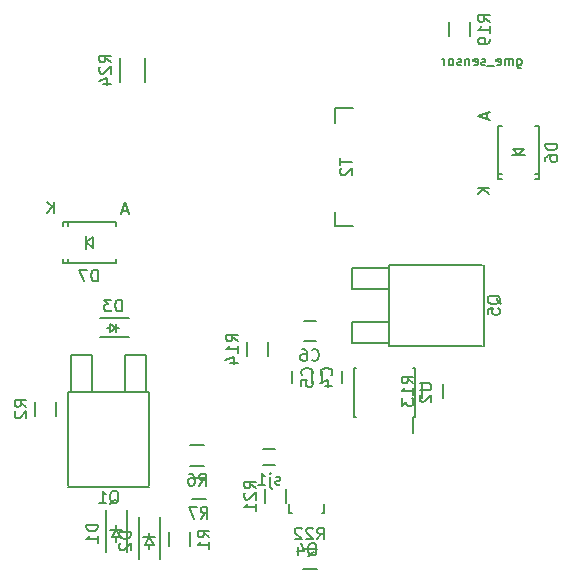
<source format=gbo>
G04 #@! TF.FileFunction,Legend,Bot*
%FSLAX46Y46*%
G04 Gerber Fmt 4.6, Leading zero omitted, Abs format (unit mm)*
G04 Created by KiCad (PCBNEW 0.201603210401+6634~43~ubuntu14.04.1-product) date mån 28 mar 2016 16:54:20*
%MOMM*%
G01*
G04 APERTURE LIST*
%ADD10C,0.050000*%
%ADD11C,0.150000*%
G04 APERTURE END LIST*
D10*
D11*
X129628000Y-131961000D02*
X129628000Y-132961000D01*
X127928000Y-132961000D02*
X127928000Y-131961000D01*
X130468000Y-132961000D02*
X130468000Y-131961000D01*
X132168000Y-131961000D02*
X132168000Y-132961000D01*
X129913000Y-129374000D02*
X128913000Y-129374000D01*
X128913000Y-127674000D02*
X129913000Y-127674000D01*
X113030000Y-145986500D02*
X113030000Y-146367500D01*
X113030000Y-144970500D02*
X113030000Y-145351500D01*
X113030000Y-145351500D02*
X112649000Y-145986500D01*
X112649000Y-145986500D02*
X113411000Y-145986500D01*
X113411000Y-145986500D02*
X113030000Y-145351500D01*
X112522000Y-145351500D02*
X113538000Y-145351500D01*
X113930000Y-143669000D02*
X113930000Y-147209000D01*
X112130000Y-143669000D02*
X112130000Y-147209000D01*
X115824000Y-146621500D02*
X115824000Y-147002500D01*
X115824000Y-145605500D02*
X115824000Y-145986500D01*
X115824000Y-145986500D02*
X115443000Y-146621500D01*
X115443000Y-146621500D02*
X116205000Y-146621500D01*
X116205000Y-146621500D02*
X115824000Y-145986500D01*
X115316000Y-145986500D02*
X116332000Y-145986500D01*
X116724000Y-144304000D02*
X116724000Y-147844000D01*
X114924000Y-144304000D02*
X114924000Y-147844000D01*
X112526000Y-128270000D02*
X112276000Y-128270000D01*
X113026000Y-128270000D02*
X113276000Y-128270000D01*
X113026000Y-128270000D02*
X112526000Y-127920000D01*
X112526000Y-127920000D02*
X112526000Y-128620000D01*
X112526000Y-128620000D02*
X113026000Y-128270000D01*
X113026000Y-127920000D02*
X113026000Y-128620000D01*
X114076000Y-129070000D02*
X111676000Y-129070000D01*
X114076000Y-127470000D02*
X111676000Y-127470000D01*
X147066000Y-113661000D02*
X147516000Y-113111000D01*
X147516000Y-113111000D02*
X146616000Y-113111000D01*
X146616000Y-113111000D02*
X147066000Y-113661000D01*
X147616000Y-113661000D02*
X146516000Y-113661000D01*
X145315940Y-115210140D02*
X145666460Y-115210140D01*
X148816060Y-115210140D02*
X148465540Y-115210140D01*
X145315940Y-111160560D02*
X145666460Y-111160560D01*
X145315940Y-115661440D02*
X145666460Y-115661440D01*
X148816060Y-115661440D02*
X148465540Y-115661440D01*
X148816060Y-111160560D02*
X148465540Y-111160560D01*
X145315940Y-115661440D02*
X145315940Y-111160560D01*
X148816060Y-115661440D02*
X148816060Y-111160560D01*
X110494000Y-121031000D02*
X111044000Y-121481000D01*
X111044000Y-121481000D02*
X111044000Y-120581000D01*
X111044000Y-120581000D02*
X110494000Y-121031000D01*
X110494000Y-121581000D02*
X110494000Y-120481000D01*
X108944860Y-119280940D02*
X108944860Y-119631460D01*
X108944860Y-122781060D02*
X108944860Y-122430540D01*
X112994440Y-119280940D02*
X112994440Y-119631460D01*
X108493560Y-119280940D02*
X108493560Y-119631460D01*
X108493560Y-122781060D02*
X108493560Y-122430540D01*
X112994440Y-122781060D02*
X112994440Y-122430540D01*
X108493560Y-119280940D02*
X112994440Y-119280940D01*
X108493560Y-122781060D02*
X112994440Y-122781060D01*
X113792000Y-133731000D02*
X113792000Y-130556000D01*
X113792000Y-130556000D02*
X115570000Y-130556000D01*
X115570000Y-130556000D02*
X115570000Y-133731000D01*
X109220000Y-133731000D02*
X109220000Y-130556000D01*
X109220000Y-130556000D02*
X110998000Y-130556000D01*
X110998000Y-130556000D02*
X110998000Y-133731000D01*
X115824000Y-139827000D02*
X115824000Y-133731000D01*
X115824000Y-133731000D02*
X108966000Y-133731000D01*
X108966000Y-133731000D02*
X108966000Y-141605000D01*
X108966000Y-141732000D02*
X115824000Y-141732000D01*
X115824000Y-141605000D02*
X115824000Y-139827000D01*
X127659180Y-143205200D02*
X127659180Y-143906240D01*
X127659180Y-143906240D02*
X127908100Y-143906240D01*
X130458160Y-143906240D02*
X130658820Y-143906240D01*
X130658820Y-143906240D02*
X130658820Y-143205200D01*
X136144000Y-124968000D02*
X132969000Y-124968000D01*
X132969000Y-124968000D02*
X132969000Y-123190000D01*
X132969000Y-123190000D02*
X136144000Y-123190000D01*
X136144000Y-129540000D02*
X132969000Y-129540000D01*
X132969000Y-129540000D02*
X132969000Y-127762000D01*
X132969000Y-127762000D02*
X136144000Y-127762000D01*
X142240000Y-122936000D02*
X136144000Y-122936000D01*
X136144000Y-122936000D02*
X136144000Y-129794000D01*
X136144000Y-129794000D02*
X144018000Y-129794000D01*
X144145000Y-129794000D02*
X144145000Y-122936000D01*
X144018000Y-122936000D02*
X142240000Y-122936000D01*
X117489000Y-145577000D02*
X117489000Y-146777000D01*
X119239000Y-146777000D02*
X119239000Y-145577000D01*
X107936000Y-135728000D02*
X107936000Y-134528000D01*
X106186000Y-134528000D02*
X106186000Y-135728000D01*
X120488000Y-138190000D02*
X119288000Y-138190000D01*
X119288000Y-139940000D02*
X120488000Y-139940000D01*
X120615000Y-140984000D02*
X119415000Y-140984000D01*
X119415000Y-142734000D02*
X120615000Y-142734000D01*
X140702000Y-134204000D02*
X140702000Y-133004000D01*
X138952000Y-133004000D02*
X138952000Y-134204000D01*
X125843000Y-130648000D02*
X125843000Y-129448000D01*
X124093000Y-129448000D02*
X124093000Y-130648000D01*
X141238000Y-102397000D02*
X141238000Y-103597000D01*
X142988000Y-103597000D02*
X142988000Y-102397000D01*
X127367000Y-143094000D02*
X127367000Y-141894000D01*
X125617000Y-141894000D02*
X125617000Y-143094000D01*
X128813000Y-148703000D02*
X130013000Y-148703000D01*
X130013000Y-146953000D02*
X128813000Y-146953000D01*
X115502000Y-107426000D02*
X115502000Y-105426000D01*
X113352000Y-105426000D02*
X113352000Y-107426000D01*
X126484000Y-138517000D02*
X125484000Y-138517000D01*
X125484000Y-139867000D02*
X126484000Y-139867000D01*
X131532000Y-109681000D02*
X131532000Y-110931000D01*
X131532000Y-109681000D02*
X133032000Y-109681000D01*
X131532000Y-119681000D02*
X133032000Y-119681000D01*
X131532000Y-119681000D02*
X131532000Y-118431000D01*
X138338000Y-135806000D02*
X138193000Y-135806000D01*
X138338000Y-131656000D02*
X138193000Y-131656000D01*
X133188000Y-131656000D02*
X133333000Y-131656000D01*
X133188000Y-135806000D02*
X133333000Y-135806000D01*
X138338000Y-135806000D02*
X138338000Y-131656000D01*
X133188000Y-135806000D02*
X133188000Y-131656000D01*
X138193000Y-135806000D02*
X138193000Y-137206000D01*
X131235143Y-132294334D02*
X131282762Y-132246715D01*
X131330381Y-132103858D01*
X131330381Y-132008620D01*
X131282762Y-131865762D01*
X131187524Y-131770524D01*
X131092286Y-131722905D01*
X130901810Y-131675286D01*
X130758952Y-131675286D01*
X130568476Y-131722905D01*
X130473238Y-131770524D01*
X130378000Y-131865762D01*
X130330381Y-132008620D01*
X130330381Y-132103858D01*
X130378000Y-132246715D01*
X130425619Y-132294334D01*
X130663714Y-133151477D02*
X131330381Y-133151477D01*
X130282762Y-132913381D02*
X130997048Y-132675286D01*
X130997048Y-133294334D01*
X129575143Y-132294334D02*
X129622762Y-132246715D01*
X129670381Y-132103858D01*
X129670381Y-132008620D01*
X129622762Y-131865762D01*
X129527524Y-131770524D01*
X129432286Y-131722905D01*
X129241810Y-131675286D01*
X129098952Y-131675286D01*
X128908476Y-131722905D01*
X128813238Y-131770524D01*
X128718000Y-131865762D01*
X128670381Y-132008620D01*
X128670381Y-132103858D01*
X128718000Y-132246715D01*
X128765619Y-132294334D01*
X128670381Y-133199096D02*
X128670381Y-132722905D01*
X129146571Y-132675286D01*
X129098952Y-132722905D01*
X129051333Y-132818143D01*
X129051333Y-133056239D01*
X129098952Y-133151477D01*
X129146571Y-133199096D01*
X129241810Y-133246715D01*
X129479905Y-133246715D01*
X129575143Y-133199096D01*
X129622762Y-133151477D01*
X129670381Y-133056239D01*
X129670381Y-132818143D01*
X129622762Y-132722905D01*
X129575143Y-132675286D01*
X129579666Y-130981143D02*
X129627285Y-131028762D01*
X129770142Y-131076381D01*
X129865380Y-131076381D01*
X130008238Y-131028762D01*
X130103476Y-130933524D01*
X130151095Y-130838286D01*
X130198714Y-130647810D01*
X130198714Y-130504952D01*
X130151095Y-130314476D01*
X130103476Y-130219238D01*
X130008238Y-130124000D01*
X129865380Y-130076381D01*
X129770142Y-130076381D01*
X129627285Y-130124000D01*
X129579666Y-130171619D01*
X128722523Y-130076381D02*
X128913000Y-130076381D01*
X129008238Y-130124000D01*
X129055857Y-130171619D01*
X129151095Y-130314476D01*
X129198714Y-130504952D01*
X129198714Y-130885905D01*
X129151095Y-130981143D01*
X129103476Y-131028762D01*
X129008238Y-131076381D01*
X128817761Y-131076381D01*
X128722523Y-131028762D01*
X128674904Y-130981143D01*
X128627285Y-130885905D01*
X128627285Y-130647810D01*
X128674904Y-130552571D01*
X128722523Y-130504952D01*
X128817761Y-130457333D01*
X129008238Y-130457333D01*
X129103476Y-130504952D01*
X129151095Y-130552571D01*
X129198714Y-130647810D01*
X111482381Y-144930905D02*
X110482381Y-144930905D01*
X110482381Y-145169000D01*
X110530000Y-145311858D01*
X110625238Y-145407096D01*
X110720476Y-145454715D01*
X110910952Y-145502334D01*
X111053810Y-145502334D01*
X111244286Y-145454715D01*
X111339524Y-145407096D01*
X111434762Y-145311858D01*
X111482381Y-145169000D01*
X111482381Y-144930905D01*
X111482381Y-146454715D02*
X111482381Y-145883286D01*
X111482381Y-146169000D02*
X110482381Y-146169000D01*
X110625238Y-146073762D01*
X110720476Y-145978524D01*
X110768095Y-145883286D01*
X114276381Y-145565905D02*
X113276381Y-145565905D01*
X113276381Y-145804000D01*
X113324000Y-145946858D01*
X113419238Y-146042096D01*
X113514476Y-146089715D01*
X113704952Y-146137334D01*
X113847810Y-146137334D01*
X114038286Y-146089715D01*
X114133524Y-146042096D01*
X114228762Y-145946858D01*
X114276381Y-145804000D01*
X114276381Y-145565905D01*
X113371619Y-146518286D02*
X113324000Y-146565905D01*
X113276381Y-146661143D01*
X113276381Y-146899239D01*
X113324000Y-146994477D01*
X113371619Y-147042096D01*
X113466857Y-147089715D01*
X113562095Y-147089715D01*
X113704952Y-147042096D01*
X114276381Y-146470667D01*
X114276381Y-147089715D01*
X113514095Y-126872381D02*
X113514095Y-125872381D01*
X113276000Y-125872381D01*
X113133142Y-125920000D01*
X113037904Y-126015238D01*
X112990285Y-126110476D01*
X112942666Y-126300952D01*
X112942666Y-126443810D01*
X112990285Y-126634286D01*
X113037904Y-126729524D01*
X113133142Y-126824762D01*
X113276000Y-126872381D01*
X113514095Y-126872381D01*
X112609333Y-125872381D02*
X111990285Y-125872381D01*
X112323619Y-126253333D01*
X112180761Y-126253333D01*
X112085523Y-126300952D01*
X112037904Y-126348571D01*
X111990285Y-126443810D01*
X111990285Y-126681905D01*
X112037904Y-126777143D01*
X112085523Y-126824762D01*
X112180761Y-126872381D01*
X112466476Y-126872381D01*
X112561714Y-126824762D01*
X112609333Y-126777143D01*
X150368381Y-112672905D02*
X149368381Y-112672905D01*
X149368381Y-112911000D01*
X149416000Y-113053858D01*
X149511238Y-113149096D01*
X149606476Y-113196715D01*
X149796952Y-113244334D01*
X149939810Y-113244334D01*
X150130286Y-113196715D01*
X150225524Y-113149096D01*
X150320762Y-113053858D01*
X150368381Y-112911000D01*
X150368381Y-112672905D01*
X149368381Y-114101477D02*
X149368381Y-113911000D01*
X149416000Y-113815762D01*
X149463619Y-113768143D01*
X149606476Y-113672905D01*
X149796952Y-113625286D01*
X150177905Y-113625286D01*
X150273143Y-113672905D01*
X150320762Y-113720524D01*
X150368381Y-113815762D01*
X150368381Y-114006239D01*
X150320762Y-114101477D01*
X150273143Y-114149096D01*
X150177905Y-114196715D01*
X149939810Y-114196715D01*
X149844571Y-114149096D01*
X149796952Y-114101477D01*
X149749333Y-114006239D01*
X149749333Y-113815762D01*
X149796952Y-113720524D01*
X149844571Y-113672905D01*
X149939810Y-113625286D01*
X144618381Y-116399095D02*
X143618381Y-116399095D01*
X144618381Y-116970524D02*
X144046952Y-116541952D01*
X143618381Y-116970524D02*
X144189810Y-116399095D01*
X144382667Y-110122905D02*
X144382667Y-110599096D01*
X144668381Y-110027667D02*
X143668381Y-110361000D01*
X144668381Y-110694334D01*
X111482095Y-124333381D02*
X111482095Y-123333381D01*
X111244000Y-123333381D01*
X111101142Y-123381000D01*
X111005904Y-123476238D01*
X110958285Y-123571476D01*
X110910666Y-123761952D01*
X110910666Y-123904810D01*
X110958285Y-124095286D01*
X111005904Y-124190524D01*
X111101142Y-124285762D01*
X111244000Y-124333381D01*
X111482095Y-124333381D01*
X110577333Y-123333381D02*
X109910666Y-123333381D01*
X110339238Y-124333381D01*
X107755905Y-118583381D02*
X107755905Y-117583381D01*
X107184476Y-118583381D02*
X107613048Y-118011952D01*
X107184476Y-117583381D02*
X107755905Y-118154810D01*
X114032095Y-118347667D02*
X113555904Y-118347667D01*
X114127333Y-118633381D02*
X113794000Y-117633381D01*
X113460666Y-118633381D01*
X146989429Y-105492571D02*
X146989429Y-106140190D01*
X147027524Y-106216381D01*
X147065619Y-106254476D01*
X147141810Y-106292571D01*
X147256095Y-106292571D01*
X147332286Y-106254476D01*
X146989429Y-105987810D02*
X147065619Y-106025905D01*
X147218000Y-106025905D01*
X147294191Y-105987810D01*
X147332286Y-105949714D01*
X147370381Y-105873524D01*
X147370381Y-105644952D01*
X147332286Y-105568762D01*
X147294191Y-105530667D01*
X147218000Y-105492571D01*
X147065619Y-105492571D01*
X146989429Y-105530667D01*
X146608476Y-106025905D02*
X146608476Y-105492571D01*
X146608476Y-105568762D02*
X146570381Y-105530667D01*
X146494190Y-105492571D01*
X146379904Y-105492571D01*
X146303714Y-105530667D01*
X146265619Y-105606857D01*
X146265619Y-106025905D01*
X146265619Y-105606857D02*
X146227523Y-105530667D01*
X146151333Y-105492571D01*
X146037047Y-105492571D01*
X145960857Y-105530667D01*
X145922762Y-105606857D01*
X145922762Y-106025905D01*
X145237047Y-105987810D02*
X145313237Y-106025905D01*
X145465618Y-106025905D01*
X145541809Y-105987810D01*
X145579904Y-105911619D01*
X145579904Y-105606857D01*
X145541809Y-105530667D01*
X145465618Y-105492571D01*
X145313237Y-105492571D01*
X145237047Y-105530667D01*
X145198952Y-105606857D01*
X145198952Y-105683048D01*
X145579904Y-105759238D01*
X145046571Y-106102095D02*
X144437047Y-106102095D01*
X144284666Y-105987810D02*
X144208476Y-106025905D01*
X144056095Y-106025905D01*
X143979904Y-105987810D01*
X143941809Y-105911619D01*
X143941809Y-105873524D01*
X143979904Y-105797333D01*
X144056095Y-105759238D01*
X144170380Y-105759238D01*
X144246571Y-105721143D01*
X144284666Y-105644952D01*
X144284666Y-105606857D01*
X144246571Y-105530667D01*
X144170380Y-105492571D01*
X144056095Y-105492571D01*
X143979904Y-105530667D01*
X143294190Y-105987810D02*
X143370380Y-106025905D01*
X143522761Y-106025905D01*
X143598952Y-105987810D01*
X143637047Y-105911619D01*
X143637047Y-105606857D01*
X143598952Y-105530667D01*
X143522761Y-105492571D01*
X143370380Y-105492571D01*
X143294190Y-105530667D01*
X143256095Y-105606857D01*
X143256095Y-105683048D01*
X143637047Y-105759238D01*
X142913238Y-105492571D02*
X142913238Y-106025905D01*
X142913238Y-105568762D02*
X142875143Y-105530667D01*
X142798952Y-105492571D01*
X142684666Y-105492571D01*
X142608476Y-105530667D01*
X142570381Y-105606857D01*
X142570381Y-106025905D01*
X142227523Y-105987810D02*
X142151333Y-106025905D01*
X141998952Y-106025905D01*
X141922761Y-105987810D01*
X141884666Y-105911619D01*
X141884666Y-105873524D01*
X141922761Y-105797333D01*
X141998952Y-105759238D01*
X142113237Y-105759238D01*
X142189428Y-105721143D01*
X142227523Y-105644952D01*
X142227523Y-105606857D01*
X142189428Y-105530667D01*
X142113237Y-105492571D01*
X141998952Y-105492571D01*
X141922761Y-105530667D01*
X141427523Y-106025905D02*
X141503714Y-105987810D01*
X141541809Y-105949714D01*
X141579904Y-105873524D01*
X141579904Y-105644952D01*
X141541809Y-105568762D01*
X141503714Y-105530667D01*
X141427523Y-105492571D01*
X141313237Y-105492571D01*
X141237047Y-105530667D01*
X141198952Y-105568762D01*
X141160856Y-105644952D01*
X141160856Y-105873524D01*
X141198952Y-105949714D01*
X141237047Y-105987810D01*
X141313237Y-106025905D01*
X141427523Y-106025905D01*
X140817999Y-106025905D02*
X140817999Y-105492571D01*
X140817999Y-105644952D02*
X140779904Y-105568762D01*
X140741808Y-105530667D01*
X140665618Y-105492571D01*
X140589427Y-105492571D01*
X112490238Y-143168619D02*
X112585476Y-143121000D01*
X112680714Y-143025762D01*
X112823571Y-142882905D01*
X112918810Y-142835286D01*
X113014048Y-142835286D01*
X112966429Y-143073381D02*
X113061667Y-143025762D01*
X113156905Y-142930524D01*
X113204524Y-142740048D01*
X113204524Y-142406714D01*
X113156905Y-142216238D01*
X113061667Y-142121000D01*
X112966429Y-142073381D01*
X112775952Y-142073381D01*
X112680714Y-142121000D01*
X112585476Y-142216238D01*
X112537857Y-142406714D01*
X112537857Y-142740048D01*
X112585476Y-142930524D01*
X112680714Y-143025762D01*
X112775952Y-143073381D01*
X112966429Y-143073381D01*
X111585476Y-143073381D02*
X112156905Y-143073381D01*
X111871191Y-143073381D02*
X111871191Y-142073381D01*
X111966429Y-142216238D01*
X112061667Y-142311476D01*
X112156905Y-142359095D01*
X129254238Y-147613619D02*
X129349476Y-147566000D01*
X129444714Y-147470762D01*
X129587571Y-147327905D01*
X129682810Y-147280286D01*
X129778048Y-147280286D01*
X129730429Y-147518381D02*
X129825667Y-147470762D01*
X129920905Y-147375524D01*
X129968524Y-147185048D01*
X129968524Y-146851714D01*
X129920905Y-146661238D01*
X129825667Y-146566000D01*
X129730429Y-146518381D01*
X129539952Y-146518381D01*
X129444714Y-146566000D01*
X129349476Y-146661238D01*
X129301857Y-146851714D01*
X129301857Y-147185048D01*
X129349476Y-147375524D01*
X129444714Y-147470762D01*
X129539952Y-147518381D01*
X129730429Y-147518381D01*
X128444714Y-146851714D02*
X128444714Y-147518381D01*
X128682810Y-146470762D02*
X128920905Y-147185048D01*
X128301857Y-147185048D01*
X145581619Y-126269762D02*
X145534000Y-126174524D01*
X145438762Y-126079286D01*
X145295905Y-125936429D01*
X145248286Y-125841190D01*
X145248286Y-125745952D01*
X145486381Y-125793571D02*
X145438762Y-125698333D01*
X145343524Y-125603095D01*
X145153048Y-125555476D01*
X144819714Y-125555476D01*
X144629238Y-125603095D01*
X144534000Y-125698333D01*
X144486381Y-125793571D01*
X144486381Y-125984048D01*
X144534000Y-126079286D01*
X144629238Y-126174524D01*
X144819714Y-126222143D01*
X145153048Y-126222143D01*
X145343524Y-126174524D01*
X145438762Y-126079286D01*
X145486381Y-125984048D01*
X145486381Y-125793571D01*
X144486381Y-127126905D02*
X144486381Y-126650714D01*
X144962571Y-126603095D01*
X144914952Y-126650714D01*
X144867333Y-126745952D01*
X144867333Y-126984048D01*
X144914952Y-127079286D01*
X144962571Y-127126905D01*
X145057810Y-127174524D01*
X145295905Y-127174524D01*
X145391143Y-127126905D01*
X145438762Y-127079286D01*
X145486381Y-126984048D01*
X145486381Y-126745952D01*
X145438762Y-126650714D01*
X145391143Y-126603095D01*
X120916381Y-146010334D02*
X120440190Y-145677000D01*
X120916381Y-145438905D02*
X119916381Y-145438905D01*
X119916381Y-145819858D01*
X119964000Y-145915096D01*
X120011619Y-145962715D01*
X120106857Y-146010334D01*
X120249714Y-146010334D01*
X120344952Y-145962715D01*
X120392571Y-145915096D01*
X120440190Y-145819858D01*
X120440190Y-145438905D01*
X120916381Y-146962715D02*
X120916381Y-146391286D01*
X120916381Y-146677000D02*
X119916381Y-146677000D01*
X120059238Y-146581762D01*
X120154476Y-146486524D01*
X120202095Y-146391286D01*
X105413381Y-134961334D02*
X104937190Y-134628000D01*
X105413381Y-134389905D02*
X104413381Y-134389905D01*
X104413381Y-134770858D01*
X104461000Y-134866096D01*
X104508619Y-134913715D01*
X104603857Y-134961334D01*
X104746714Y-134961334D01*
X104841952Y-134913715D01*
X104889571Y-134866096D01*
X104937190Y-134770858D01*
X104937190Y-134389905D01*
X104508619Y-135342286D02*
X104461000Y-135389905D01*
X104413381Y-135485143D01*
X104413381Y-135723239D01*
X104461000Y-135818477D01*
X104508619Y-135866096D01*
X104603857Y-135913715D01*
X104699095Y-135913715D01*
X104841952Y-135866096D01*
X105413381Y-135294667D01*
X105413381Y-135913715D01*
X120054666Y-141617381D02*
X120388000Y-141141190D01*
X120626095Y-141617381D02*
X120626095Y-140617381D01*
X120245142Y-140617381D01*
X120149904Y-140665000D01*
X120102285Y-140712619D01*
X120054666Y-140807857D01*
X120054666Y-140950714D01*
X120102285Y-141045952D01*
X120149904Y-141093571D01*
X120245142Y-141141190D01*
X120626095Y-141141190D01*
X119197523Y-140617381D02*
X119388000Y-140617381D01*
X119483238Y-140665000D01*
X119530857Y-140712619D01*
X119626095Y-140855476D01*
X119673714Y-141045952D01*
X119673714Y-141426905D01*
X119626095Y-141522143D01*
X119578476Y-141569762D01*
X119483238Y-141617381D01*
X119292761Y-141617381D01*
X119197523Y-141569762D01*
X119149904Y-141522143D01*
X119102285Y-141426905D01*
X119102285Y-141188810D01*
X119149904Y-141093571D01*
X119197523Y-141045952D01*
X119292761Y-140998333D01*
X119483238Y-140998333D01*
X119578476Y-141045952D01*
X119626095Y-141093571D01*
X119673714Y-141188810D01*
X120181666Y-144411381D02*
X120515000Y-143935190D01*
X120753095Y-144411381D02*
X120753095Y-143411381D01*
X120372142Y-143411381D01*
X120276904Y-143459000D01*
X120229285Y-143506619D01*
X120181666Y-143601857D01*
X120181666Y-143744714D01*
X120229285Y-143839952D01*
X120276904Y-143887571D01*
X120372142Y-143935190D01*
X120753095Y-143935190D01*
X119848333Y-143411381D02*
X119181666Y-143411381D01*
X119610238Y-144411381D01*
X138179381Y-132961143D02*
X137703190Y-132627809D01*
X138179381Y-132389714D02*
X137179381Y-132389714D01*
X137179381Y-132770667D01*
X137227000Y-132865905D01*
X137274619Y-132913524D01*
X137369857Y-132961143D01*
X137512714Y-132961143D01*
X137607952Y-132913524D01*
X137655571Y-132865905D01*
X137703190Y-132770667D01*
X137703190Y-132389714D01*
X138179381Y-133913524D02*
X138179381Y-133342095D01*
X138179381Y-133627809D02*
X137179381Y-133627809D01*
X137322238Y-133532571D01*
X137417476Y-133437333D01*
X137465095Y-133342095D01*
X137179381Y-134246857D02*
X137179381Y-134865905D01*
X137560333Y-134532571D01*
X137560333Y-134675429D01*
X137607952Y-134770667D01*
X137655571Y-134818286D01*
X137750810Y-134865905D01*
X137988905Y-134865905D01*
X138084143Y-134818286D01*
X138131762Y-134770667D01*
X138179381Y-134675429D01*
X138179381Y-134389714D01*
X138131762Y-134294476D01*
X138084143Y-134246857D01*
X123320381Y-129405143D02*
X122844190Y-129071809D01*
X123320381Y-128833714D02*
X122320381Y-128833714D01*
X122320381Y-129214667D01*
X122368000Y-129309905D01*
X122415619Y-129357524D01*
X122510857Y-129405143D01*
X122653714Y-129405143D01*
X122748952Y-129357524D01*
X122796571Y-129309905D01*
X122844190Y-129214667D01*
X122844190Y-128833714D01*
X123320381Y-130357524D02*
X123320381Y-129786095D01*
X123320381Y-130071809D02*
X122320381Y-130071809D01*
X122463238Y-129976571D01*
X122558476Y-129881333D01*
X122606095Y-129786095D01*
X122653714Y-131214667D02*
X123320381Y-131214667D01*
X122272762Y-130976571D02*
X122987048Y-130738476D01*
X122987048Y-131357524D01*
X144665381Y-102354143D02*
X144189190Y-102020809D01*
X144665381Y-101782714D02*
X143665381Y-101782714D01*
X143665381Y-102163667D01*
X143713000Y-102258905D01*
X143760619Y-102306524D01*
X143855857Y-102354143D01*
X143998714Y-102354143D01*
X144093952Y-102306524D01*
X144141571Y-102258905D01*
X144189190Y-102163667D01*
X144189190Y-101782714D01*
X144665381Y-103306524D02*
X144665381Y-102735095D01*
X144665381Y-103020809D02*
X143665381Y-103020809D01*
X143808238Y-102925571D01*
X143903476Y-102830333D01*
X143951095Y-102735095D01*
X144665381Y-103782714D02*
X144665381Y-103973190D01*
X144617762Y-104068429D01*
X144570143Y-104116048D01*
X144427286Y-104211286D01*
X144236810Y-104258905D01*
X143855857Y-104258905D01*
X143760619Y-104211286D01*
X143713000Y-104163667D01*
X143665381Y-104068429D01*
X143665381Y-103877952D01*
X143713000Y-103782714D01*
X143760619Y-103735095D01*
X143855857Y-103687476D01*
X144093952Y-103687476D01*
X144189190Y-103735095D01*
X144236810Y-103782714D01*
X144284429Y-103877952D01*
X144284429Y-104068429D01*
X144236810Y-104163667D01*
X144189190Y-104211286D01*
X144093952Y-104258905D01*
X124844381Y-141851143D02*
X124368190Y-141517809D01*
X124844381Y-141279714D02*
X123844381Y-141279714D01*
X123844381Y-141660667D01*
X123892000Y-141755905D01*
X123939619Y-141803524D01*
X124034857Y-141851143D01*
X124177714Y-141851143D01*
X124272952Y-141803524D01*
X124320571Y-141755905D01*
X124368190Y-141660667D01*
X124368190Y-141279714D01*
X123939619Y-142232095D02*
X123892000Y-142279714D01*
X123844381Y-142374952D01*
X123844381Y-142613048D01*
X123892000Y-142708286D01*
X123939619Y-142755905D01*
X124034857Y-142803524D01*
X124130095Y-142803524D01*
X124272952Y-142755905D01*
X124844381Y-142184476D01*
X124844381Y-142803524D01*
X124844381Y-143755905D02*
X124844381Y-143184476D01*
X124844381Y-143470190D02*
X123844381Y-143470190D01*
X123987238Y-143374952D01*
X124082476Y-143279714D01*
X124130095Y-143184476D01*
X130055857Y-146180381D02*
X130389191Y-145704190D01*
X130627286Y-146180381D02*
X130627286Y-145180381D01*
X130246333Y-145180381D01*
X130151095Y-145228000D01*
X130103476Y-145275619D01*
X130055857Y-145370857D01*
X130055857Y-145513714D01*
X130103476Y-145608952D01*
X130151095Y-145656571D01*
X130246333Y-145704190D01*
X130627286Y-145704190D01*
X129674905Y-145275619D02*
X129627286Y-145228000D01*
X129532048Y-145180381D01*
X129293952Y-145180381D01*
X129198714Y-145228000D01*
X129151095Y-145275619D01*
X129103476Y-145370857D01*
X129103476Y-145466095D01*
X129151095Y-145608952D01*
X129722524Y-146180381D01*
X129103476Y-146180381D01*
X128722524Y-145275619D02*
X128674905Y-145228000D01*
X128579667Y-145180381D01*
X128341571Y-145180381D01*
X128246333Y-145228000D01*
X128198714Y-145275619D01*
X128151095Y-145370857D01*
X128151095Y-145466095D01*
X128198714Y-145608952D01*
X128770143Y-146180381D01*
X128151095Y-146180381D01*
X112579381Y-105783143D02*
X112103190Y-105449809D01*
X112579381Y-105211714D02*
X111579381Y-105211714D01*
X111579381Y-105592667D01*
X111627000Y-105687905D01*
X111674619Y-105735524D01*
X111769857Y-105783143D01*
X111912714Y-105783143D01*
X112007952Y-105735524D01*
X112055571Y-105687905D01*
X112103190Y-105592667D01*
X112103190Y-105211714D01*
X111674619Y-106164095D02*
X111627000Y-106211714D01*
X111579381Y-106306952D01*
X111579381Y-106545048D01*
X111627000Y-106640286D01*
X111674619Y-106687905D01*
X111769857Y-106735524D01*
X111865095Y-106735524D01*
X112007952Y-106687905D01*
X112579381Y-106116476D01*
X112579381Y-106735524D01*
X111912714Y-107592667D02*
X112579381Y-107592667D01*
X111531762Y-107354571D02*
X112246048Y-107116476D01*
X112246048Y-107735524D01*
X126912571Y-141496762D02*
X126817333Y-141544381D01*
X126626857Y-141544381D01*
X126531618Y-141496762D01*
X126483999Y-141401524D01*
X126483999Y-141353905D01*
X126531618Y-141258667D01*
X126626857Y-141211048D01*
X126769714Y-141211048D01*
X126864952Y-141163429D01*
X126912571Y-141068190D01*
X126912571Y-141020571D01*
X126864952Y-140925333D01*
X126769714Y-140877714D01*
X126626857Y-140877714D01*
X126531618Y-140925333D01*
X126055428Y-140877714D02*
X126055428Y-141734857D01*
X126103047Y-141830095D01*
X126198285Y-141877714D01*
X126245904Y-141877714D01*
X126055428Y-140544381D02*
X126103047Y-140592000D01*
X126055428Y-140639619D01*
X126007809Y-140592000D01*
X126055428Y-140544381D01*
X126055428Y-140639619D01*
X125055428Y-141544381D02*
X125626857Y-141544381D01*
X125341143Y-141544381D02*
X125341143Y-140544381D01*
X125436381Y-140687238D01*
X125531619Y-140782476D01*
X125626857Y-140830095D01*
X131984381Y-113919095D02*
X131984381Y-114490524D01*
X132984381Y-114204809D02*
X131984381Y-114204809D01*
X132079619Y-114776238D02*
X132032000Y-114823857D01*
X131984381Y-114919095D01*
X131984381Y-115157191D01*
X132032000Y-115252429D01*
X132079619Y-115300048D01*
X132174857Y-115347667D01*
X132270095Y-115347667D01*
X132412952Y-115300048D01*
X132984381Y-114728619D01*
X132984381Y-115347667D01*
X138715381Y-132969095D02*
X139524905Y-132969095D01*
X139620143Y-133016714D01*
X139667762Y-133064333D01*
X139715381Y-133159571D01*
X139715381Y-133350048D01*
X139667762Y-133445286D01*
X139620143Y-133492905D01*
X139524905Y-133540524D01*
X138715381Y-133540524D01*
X138810619Y-133969095D02*
X138763000Y-134016714D01*
X138715381Y-134111952D01*
X138715381Y-134350048D01*
X138763000Y-134445286D01*
X138810619Y-134492905D01*
X138905857Y-134540524D01*
X139001095Y-134540524D01*
X139143952Y-134492905D01*
X139715381Y-133921476D01*
X139715381Y-134540524D01*
M02*

</source>
